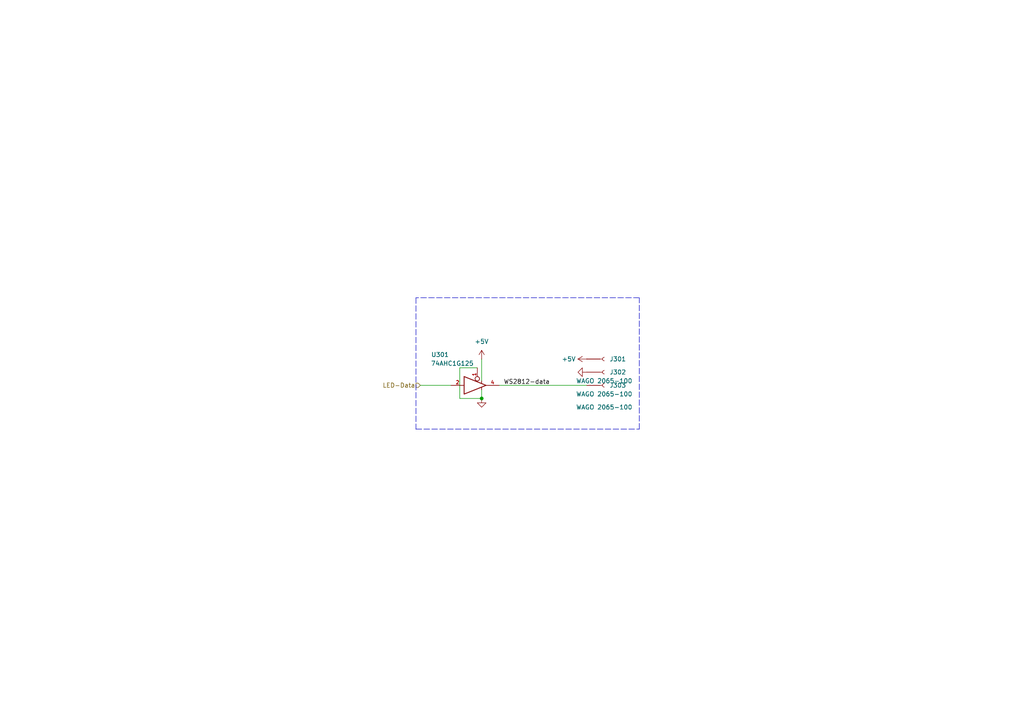
<source format=kicad_sch>
(kicad_sch (version 20250114) (generator "eeschema") (generator_version "9.0")
  (paper "A4")
  (title_block (title "LED Strip") (date "2026-02-11") (rev "2026-02-11") (company "Versio Duo"))
  (lib_symbols
    (symbol "V2_74xGxx:74AHC1G125" (pin_names (offset 1.016))
      (property "Reference" "U" (at -8.89 -3.81 0))
      (property "Value" "74AHC1G125" (at -3.81 -6.35 0))
      (symbol "74AHC1G125_0_1"
        (polyline (pts (xy -3.81 2.54) (xy -3.81 -2.54) (xy 2.54 0) (xy -3.81 2.54)) (stroke (width 0.254)))
      )
      (symbol "74AHC1G125_1_1"
        (pin input line (at -7.62 0 0) (length 3.81) (name "") (number "2"))
        (pin input inverted (at 0 5.08 270) (length 3.81) (name "") (number "1"))
        (pin power_in line (at 1.27 1.27 270) (length 0.635) (name "") (number "5"))
        (pin power_in line (at 1.27 -1.27 90) (length 0.635) (name "") (number "3"))
        (pin tri_state line (at 6.35 0 180) (length 3.81) (name "") (number "4"))
      )
    )
    (symbol "V2_Connector_WAGO:2065" (pin_numbers (hide yes)) (pin_names (offset 1.016) (hide yes))
      (property "Reference" "J" (at 1.524 0 0))
      (property "Value" "WAGO 2065-100" (at 9.144 -2.54 0))
      (symbol "2065_1_1"
        (polyline (pts (xy -1.27 0) (xy -0.508 0)) (stroke (width 0.1524)))
        (arc (start 0 -0.508) (mid -0.5058 0) (end 0 0.508) (stroke (width 0.1524)))
        (pin passive line (at -5.08 0 0) (length 3.81) (name "") (number "1"))
      )
    )
    (symbol "V2_power:+5V" (power) (pin_numbers (hide yes)) (pin_names (offset 0) (hide yes))
      (property "Value" "+5V" (at 0 5.08 0))
      (symbol "+5V_0_1"
        (polyline (pts (xy -0.762 1.27) (xy 0 2.54)))
        (polyline (pts (xy 0 2.54) (xy 0.762 1.27)))
        (polyline (pts (xy 0 0) (xy 0 2.54)))
      )
      (symbol "+5V_1_1"
        (pin power_in line (at 0 0 90) (length 0) (name "~") (number "1"))
      )
    )
    (symbol "V2_power:GND" (power) (pin_numbers (hide yes)) (pin_names (offset 0) (hide yes))
      (symbol "GND_0_1"
        (polyline (pts (xy 0 0) (xy 0 -1.27) (xy 1.27 -1.27) (xy 0 -2.54) (xy -1.27 -1.27) (xy 0 -1.27)))
      )
      (symbol "GND_1_1"
        (pin power_in line (at 0 0 270) (length 0) (name "~") (number "1"))
      )
    )
  )
  (junction (at 139.7 115.57))
  (polyline (pts (xy 185.42 86.36) (xy 120.65 86.36)) (stroke (width 0) (type dash)))
  (wire (pts (xy 121.92 111.76) (xy 130.81 111.76)))
  (wire (pts (xy 139.7 104.14) (xy 139.7 110.49)))
  (polyline (pts (xy 185.42 124.46) (xy 185.42 86.36)) (stroke (width 0) (type dash)))
  (wire (pts (xy 133.35 106.68) (xy 133.35 115.57)))
  (wire (pts (xy 144.78 111.76) (xy 170.18 111.76)))
  (wire (pts (xy 133.35 115.57) (xy 139.7 115.57)))
  (polyline (pts (xy 120.65 86.36) (xy 120.65 124.46)) (stroke (width 0) (type dash)))
  (wire (pts (xy 139.7 113.03) (xy 139.7 115.57)))
  (polyline (pts (xy 120.65 124.46) (xy 185.42 124.46)) (stroke (width 0) (type dash)))
  (wire (pts (xy 138.43 106.68) (xy 133.35 106.68)))
  (label "WS2812-data" (at 146.05 111.76 0))
  (hierarchical_label "LED-Data" (shape input) (at 121.92 111.76 180))
  (symbol (lib_id "V2_power:GND") (at 170.18 107.95 270) (unit 1)
    (property "Reference" "#PWR0304" (effects (hide yes)))
    (property "Value" "GND" (effects (hide yes)))
  )
  (symbol (lib_id "V2_Connector_WAGO:2065") (at 175.26 107.95 0) (unit 1)
    (property "Reference" "J302" (at 181.61 107.95 0) (effects (justify right)))
    (property "Value" "WAGO 2065-100" (at 175.26 114.3 0))
    (property "Footprint" "V2_Connector_WAGO:2065-100" (effects (hide yes)))
    (property "Manufacturer" "WAGO" (effects (hide yes)))
    (property "Product" "2065-100/998-403" (effects (hide yes)))
  )
  (symbol (lib_id "V2_power:+5V") (at 139.7 104.14 0) (unit 1)
    (property "Reference" "#PWR0301" (effects (hide yes)))
    (property "Value" "+5V" (at 139.7 99.06 0))
  )
  (symbol (lib_id "V2_power:+5V") (at 170.18 104.14 90) (unit 1)
    (property "Reference" "#PWR0303" (effects (hide yes)))
    (property "Value" "+5V" (at 167.005 104.1399 90) (effects (justify left)))
  )
  (symbol (lib_id "V2_power:GND") (at 139.7 115.57 0) (unit 1)
    (property "Reference" "#PWR0302" (effects (hide yes)))
    (property "Value" "GND" (effects (hide yes)))
  )
  (symbol (lib_id "V2_Connector_WAGO:2065") (at 175.26 111.76 0) (unit 1)
    (property "Reference" "J303" (at 181.6101 111.76 0) (effects (justify right)))
    (property "Value" "WAGO 2065-100" (at 175.26 118.11 0))
    (property "Footprint" "V2_Connector_WAGO:2065-100" (effects (hide yes)))
    (property "Manufacturer" "WAGO" (effects (hide yes)))
    (property "Product" "2065-100/998-403" (effects (hide yes)))
  )
  (symbol (lib_id "V2_74xGxx:74AHC1G125") (at 138.43 111.76 0) (unit 1)
    (property "Reference" "U301" (at 127.635 102.87 0))
    (property "Value" "74AHC1G125" (at 131.191 105.41 0))
    (property "Footprint" "V2_Package_TO_SOT_SMD:SOT-23-5" (effects (hide yes)))
    (property "Datasheet" "http://www.ti.com/lit/sg/scyt129e/scyt129e.pdf" (effects (hide yes)))
    (property "Description" "Single Buffer Gate Tri-State, Low-Voltage CMOS" (effects (hide yes)))
    (property "Mouser" "595-SN74AHC1G125DBVR" (effects (hide yes)))
    (property "Product" "SN74AHC1G125DBVR" (effects (hide yes)))
    (property "Manufacturer" "Texas Instruments" (effects (hide yes)))
  )
  (symbol (lib_id "V2_Connector_WAGO:2065") (at 175.26 104.14 0) (unit 1)
    (property "Reference" "J301" (at 181.6101 104.14 0) (effects (justify right)))
    (property "Value" "WAGO 2065-100" (at 175.26 110.49 0))
    (property "Footprint" "V2_Connector_WAGO:2065-100" (effects (hide yes)))
    (property "Manufacturer" "WAGO" (effects (hide yes)))
    (property "Product" "2065-100/998-403" (effects (hide yes)))
  )
)
</source>
